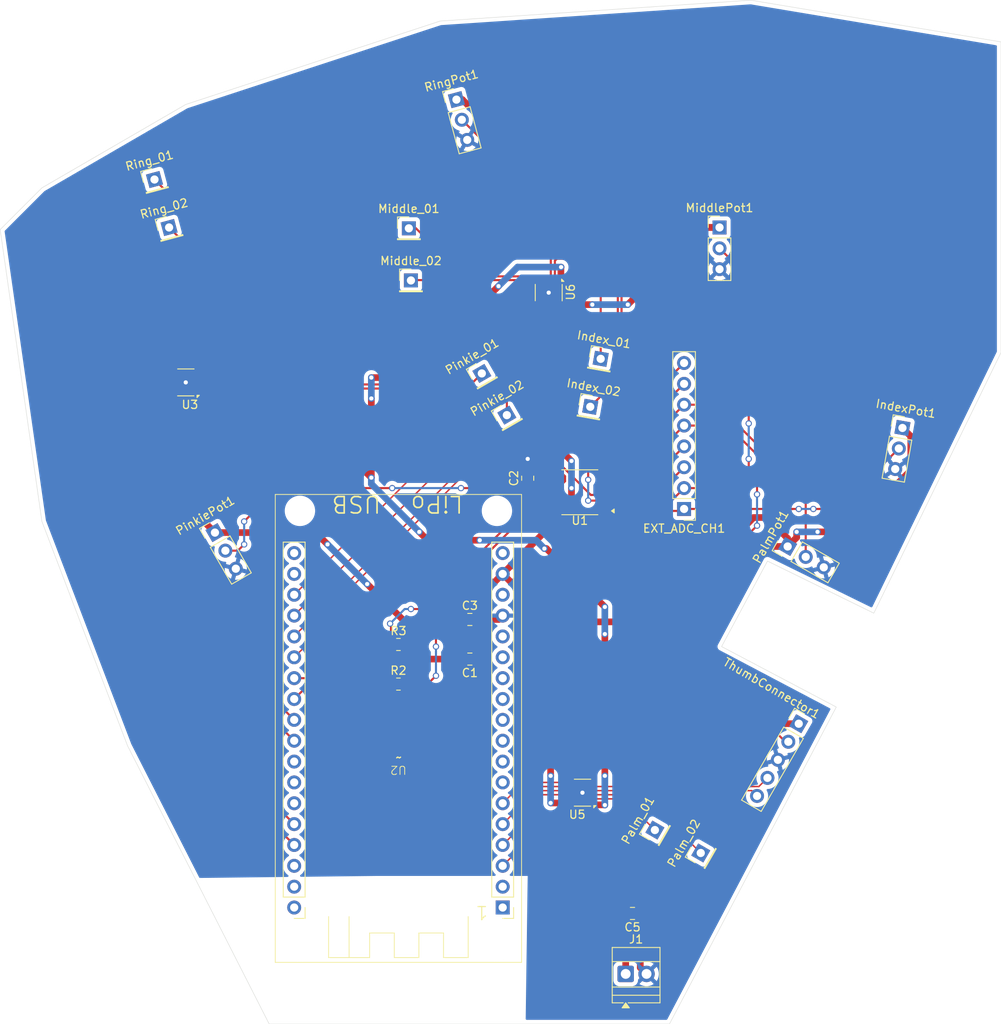
<source format=kicad_pcb>
(kicad_pcb (version 20241229) (generator "pcbnew") (generator_version "9.0")
  (title_block (title "RobotHand") (date "10/24/25") (rev "01") (company "ME507"))
  (layers (0 "F.Cu" signal) (2 "B.Cu" signal) (13 "F.Paste" user) (15 "B.Paste" user) (5 "F.SilkS" user "F.Silkscreen") (7 "B.SilkS" user "B.Silkscreen") (1 "F.Mask" user) (3 "B.Mask" user) (25 "Edge.Cuts" user))
  (net 0 "")
  (net 1 "GND")
  (net 2 "VDD")
  (net 3 "Net-(U1-REFin{slash}REFout)")
  (net 4 "V_BATT")
  (net 5 "ADC_CH0")
  (net 6 "Net-(EXT_ADC_CH1-Pin_8)")
  (net 7 "ADC_CH2")
  (net 8 "ADC_CH1")
  (net 9 "Net-(EXT_ADC_CH1-Pin_7)")
  (net 10 "Net-(Index_01-Pin_1)")
  (net 11 "Net-(Index_02-Pin_1)")
  (net 12 "Net-(Middle_01-Pin_1)")
  (net 13 "Net-(Middle_02-Pin_1)")
  (net 14 "Net-(Palm_01-Pin_1)")
  (net 15 "Net-(Palm_02-Pin_1)")
  (net 16 "SDA")
  (net 17 "SCK")
  (net 18 "Net-(Ring_01-Pin_1)")
  (net 19 "Net-(Ring_02-Pin_1)")
  (net 21 "Palm_PH")
  (net 23 "Index_PH")
  (net 24 "Middle_EN")
  (net 25 "Ring_EN")
  (net 27 "Middle_PH")
  (net 28 "Index_EN")
  (net 30 "Pinkie_EN")
  (net 35 "Thumb_EN")
  (net 39 "Thumb_PH")
  (net 43 "Palm_EN")
  (net 45 "Pinkie_PH")
  (net 47 "Ring_PH")
  (net 48 "ADC_CH3")
  (net 49 "ADC_CH5")
  (net 50 "ADC_CH4")
  (net 51 "Net-(Pinkie_01-Pin_1)")
  (net 52 "Net-(Pinkie_02-Pin_1)")
  (net 53 "Thumb_01")
  (net 54 "Thumb_02")
  (footprint "Connector_PinHeader_2.54mm:PinHeader_1x01_P2.54mm_Vertical" (layer "F.Cu") (at 61.976 57.404 15)
    (property "Reference" "Ring_01")
    (property "Value" "Conn_01x01")
  )
  (footprint "Package_SO:TSSOP-16_4.4x5mm_P0.65mm" (layer "F.Cu") (at 113.792 95.504 180)
    (property "Reference" "U1")
    (property "Value" "ADS7830")
  )
  (footprint "Connector_PinHeader_2.54mm:PinHeader_1x01_P2.54mm_Vertical" (layer "F.Cu") (at 92.964 63.348957)
    (property "Reference" "Middle_01")
    (property "Value" "Conn_01x01")
  )
  (footprint "Connector_PinHeader_2.54mm:PinHeader_1x01_P2.54mm_Vertical" (layer "F.Cu") (at 128.524 139.446 60)
    (property "Reference" "Palm_02")
    (property "Value" "Conn_01x01")
  )
  (footprint "Connector_PinHeader_2.54mm:PinHeader_1x05_P2.54mm_Vertical" (layer "F.Cu") (at 140.462 123.698 -30)
    (property "Reference" "ThumbConnector1")
    (property "Value" "Conn_01x05")
  )
  (footprint "Connector_PinHeader_2.54mm:PinHeader_1x01_P2.54mm_Vertical" (layer "F.Cu") (at 122.936 136.652 60)
    (property "Reference" "Palm_01")
    (property "Value" "Conn_01x01")
  )
  (footprint "Connector_PinHeader_2.54mm:PinHeader_1x03_P2.54mm_Vertical" (layer "F.Cu") (at 69.342001 100.416296 30)
    (property "Reference" "PinkiePot1")
    (property "Value" "Conn_01x03")
  )
  (footprint "Connector_PinHeader_2.54mm:PinHeader_1x01_P2.54mm_Vertical" (layer "F.Cu") (at 101.854 81.026 30)
    (property "Reference" "Pinkie_01")
    (property "Value" "Conn_01x01")
  )
  (footprint "Connector_PinHeader_2.54mm:PinHeader_1x01_P2.54mm_Vertical" (layer "F.Cu") (at 116.332 79.248 -10)
    (property "Reference" "Index_01")
    (property "Value" "Conn_01x01")
  )
  (footprint "Capacitor_SMD:C_0805_2012Metric" (layer "F.Cu") (at 100.396005 110.997999)
    (property "Reference" "C3")
    (property "Value" "0.1uF")
  )
  (footprint "TerminalBlock:TerminalBlock_Xinya_XY308-2.54-2P_1x02_P2.54mm_Horizontal" (layer "F.Cu") (at 119.38 154.178)
    (property "Reference" "J1")
    (property "Value" "Screw_Terminal_01x02")
  )
  (footprint "Package_SON:WSON-12-1EP_3x2mm_P0.5mm_EP1x2.65" (layer "F.Cu") (at 65.785997 82.119002 180)
    (property "Reference" "U3")
    (property "Value" "DRV8835DSSR")
  )
  (footprint "Connector_PinHeader_2.54mm:PinHeader_1x01_P2.54mm_Vertical" (layer "F.Cu") (at 63.754 63.246 15)
    (property "Reference" "Ring_02")
    (property "Value" "Conn_01x01")
  )
  (footprint "Connector_PinHeader_2.54mm:PinHeader_1x01_P2.54mm_Vertical" (layer "F.Cu") (at 115.062 85.09 -10)
    (property "Reference" "Index_02")
    (property "Value" "Conn_01x01")
  )
  (footprint "Package_SON:WSON-12-1EP_3x2mm_P0.5mm_EP1x2.65" (layer "F.Cu") (at 110.002001 71.186011 -90)
    (property "Reference" "U6")
    (property "Value" "DRV8835DSSR")
  )
  (footprint "ME507F24:FireBeetle-ESP32" (layer "F.Cu") (at 91.694 125.769002 180)
    (property "Reference" "U2")
    (property "Value" "~")
  )
  (footprint "Capacitor_SMD:C_0805_2012Metric" (layer "F.Cu") (at 100.396006 115.823999 180)
    (property "Reference" "C1")
    (property "Value" "10uF")
  )
  (footprint "Connector_PinHeader_2.54mm:PinHeader_1x03_P2.54mm_Vertical" (layer "F.Cu") (at 130.81 63.245999)
    (property "Reference" "MiddlePot1")
    (property "Value" "Conn_01x03")
  )
  (footprint "Resistor_SMD:R_0805_2012Metric" (layer "F.Cu") (at 91.694 118.872)
    (property "Reference" "R2")
    (property "Value" "10k")
  )
  (footprint "Connector_PinHeader_2.54mm:PinHeader_1x03_P2.54mm_Vertical" (layer "F.Cu") (at 153.095072 87.66858 -10)
    (property "Reference" "IndexPot1")
    (property "Value" "Conn_01x03")
  )
  (footprint "Resistor_SMD:R_0805_2012Metric" (layer "F.Cu") (at 91.694 114.046)
    (property "Reference" "R3")
    (property "Value" "10k")
  )
  (footprint "Package_SON:WSON-12-1EP_3x2mm_P0.5mm_EP1x2.65" (layer "F.Cu") (at 114.112005 132.099997 180)
    (property "Reference" "U5")
    (property "Value" "DRV8835DSSR")
  )
  (footprint "Connector_PinHeader_2.54mm:PinHeader_1x01_P2.54mm_Vertical" (layer "F.Cu") (at 104.902 86.106 30)
    (property "Reference" "Pinkie_02")
    (property "Value" "Conn_01x01")
  )
  (footprint "Connector_PinHeader_2.54mm:PinHeader_1x01_P2.54mm_Vertical" (layer "F.Cu") (at 93.218 69.698957)
    (property "Reference" "Middle_02")
    (property "Value" "Conn_01x01")
  )
  (footprint "Connector_PinHeader_2.54mm:PinHeader_1x03_P2.54mm_Vertical" (layer "F.Cu") (at 98.761198 47.671095 15)
    (property "Reference" "RingPot1")
    (property "Value" "Conn_01x03")
  )
  (footprint "Connector_PinHeader_2.54mm:PinHeader_1x08_P2.54mm_Vertical" (layer "F.Cu") (at 126.492 97.536007 180)
    (property "Reference" "EXT_ADC_CH1")
    (property "Value" "Conn_01x08_Pin")
  )
  (footprint "Capacitor_SMD:C_0805_2012Metric" (layer "F.Cu") (at 107.442001 93.792003 90)
    (property "Reference" "C2")
    (property "Value" "0.1uF")
  )
  (footprint "Capacitor_SMD:C_0805_2012Metric" (layer "F.Cu") (at 120.208007 146.811999 180)
    (property "Reference" "C5")
    (property "Value" "0.1uF")
  )
  (footprint "Connector_PinHeader_2.54mm:PinHeader_1x03_P2.54mm_Vertical" (layer "F.Cu") (at 139.110591 102.108001 60)
    (property "Reference" "PalmPot1")
    (property "Value" "Conn_01x03")
  )
  (gr_poly (pts (xy 43.18 63.5) (xy 48.26 99.06) (xy 58.690908 126.379044) (xy 75.946 160.274) (xy 124.714 160.274) (xy 145.034 121.666) (xy 131.064 114.3) (xy 136.652 103.886) (xy 149.606 110.236) (xy 165.1 78.486) (xy 165.1 40.64) (xy 134.62 35.56) (xy 96.774 38.1) (xy 65.786 48.26) (xy 48.26 58.42)) (stroke (width 0.05)) (fill no) (layer "Edge.Cuts"))
  (segment (start 107.442002 92.842006) (end 110.699905 92.842006) (width 0.8128) (layer "F.Cu") (net 1))
  (segment (start 66.735995 80.869005) (end 66.432008 80.869005) (width 0.254) (layer "F.Cu") (net 1))
  (segment (start 101.345997 110.998003) (end 101.345999 115.823999) (width 0.8128) (layer "F.Cu") (net 1))
  (segment (start 114.811904 130.849998) (end 115.061996 130.849998) (width 0.1778) (layer "F.Cu") (net 1))
  (segment (start 110.002001 71.186011) (end 109.398021 71.186011) (width 0.254) (layer "F.Cu") (net 1))
  (segment (start 111.666998 93.229011) (end 110.929499 93.229011) (width 0.254) (layer "F.Cu") (net 1))
  (segment (start 110.699905 92.842006) (end 110.929499 93.0716) (width 0.8128) (layer "F.Cu") (net 1))
  (segment (start 110.9295 94.529) (end 110.9295 95.178996) (width 0.254) (layer "F.Cu") (net 1))
  (segment (start 108.752002 70.539992) (end 108.752002 70.236022) (width 0.254) (layer "F.Cu") (net 1))
  (segment (start 114.112005 132.099997) (end 114.112005 131.549897) (width 0.1778) (layer "F.Cu") (net 1))
  (segment (start 103.924998 110.998) (end 104.394001 110.528997) (width 0.8128) (layer "F.Cu") (net 1))
  (segment (start 111.995 93.557013) (end 111.666998 93.229011) (width 0.254) (layer "F.Cu") (net 1))
  (segment (start 109.398021 71.186011) (end 108.752002 70.539992) (width 0.254) (layer "F.Cu") (net 1))
  (segment (start 121.158 146.812) (end 121.158 153.416) (width 0.8128) (layer "F.Cu") (net 1))
  (segment (start 114.112005 131.549897) (end 114.811904 130.849998) (width 0.1778) (layer "F.Cu") (net 1))
  (segment (start 110.9295 95.178996) (end 110.929503 95.178999) (width 0.254) (layer "F.Cu") (net 1))
  (segment (start 121.158 153.416) (end 121.92 154.178) (width 0.8128) (layer "F.Cu") (net 1))
  (segment (start 111.625054 94.529) (end 111.995 94.159054) (width 0.254) (layer "F.Cu") (net 1))
  (segment (start 66.432008 80.869005) (end 65.785997 81.515016) (width 0.254) (layer "F.Cu") (net 1))
  (segment (start 107.442002 92.842006) (end 107.442002 91.440002) (width 0.8128) (layer "F.Cu") (net 1))
  (segment (start 107.442002 91.440002) (end 107.442 91.44) (width 0.8128) (layer "F.Cu") (net 1))
  (segment (start 65.785997 81.515016) (end 65.785997 82.119002) (width 0.254) (layer "F.Cu") (net 1))
  (segment (start 110.929503 95.828997) (end 110.929503 95.178999) (width 0.254) (layer "F.Cu") (net 1))
  (segment (start 101.346 110.998) (end 103.924998 110.998) (width 0.8128) (layer "F.Cu") (net 1))
  (segment (start 110.9295 94.529) (end 111.625054 94.529) (width 0.254) (layer "F.Cu") (net 1))
  (segment (start 111.995 94.159054) (end 111.995 93.557013) (width 0.254) (layer "F.Cu") (net 1))
  (via (at 107.442 91.44) (size 0.762) (drill 0.508) (layers "F.Cu" "B.Cu") (net 1))
  (via (at 110.002001 71.186011) (size 0.762) (drill 0.508) (layers "F.Cu" "B.Cu") (net 1))
  (via (at 65.785997 82.119002) (size 0.762) (drill 0.508) (layers "F.Cu" "B.Cu") (net 1))
  (via (at 114.112005 132.099997) (size 0.762) (drill 0.508) (layers "F.Cu" "B.Cu") (net 1))
  (segment (start 111.76 90.678) (end 111.76 72.644) (width 0.8128) (layer "F.Cu") (net 2))
  (segment (start 111.251985 72.136015) (end 111.252 72.136) (width 0.254) (layer "F.Cu") (net 2))
  (segment (start 111.862786 97.9364) (end 112.776 97.023186) (width 0.8128) (layer "F.Cu") (net 2))
  (segment (start 104.394008 105.449007) (end 110.9295 98.913515) (width 0.8128) (layer "F.Cu") (net 2))
  (segment (start 110.752001 72.136015) (end 111.251985 72.136015) (width 0.254) (layer "F.Cu") (net 2))
  (segment (start 111.76 72.644) (end 111.409411 72.293411) (width 0.8128) (layer "F.Cu") (net 2))
  (segment (start 112.776 97.023186) (end 112.776 94.996) (width 0.8128) (layer "F.Cu") (net 2))
  (segment (start 110.236 133.35) (end 113.004605 133.35) (width 0.8128) (layer "F.Cu") (net 2))
  (segment (start 99.446013 115.824001) (end 94.384489 115.824001) (width 0.8128) (layer "F.Cu") (net 2))
  (segment (start 83.058 101.854) (end 81.620296 100.416296) (width 0.8128) (layer "F.Cu") (net 2))
  (segment (start 136.563686 98.5796) (end 139.110591 101.126505) (width 0.8128) (layer "F.Cu") (net 2))
  (segment (start 94.384489 115.824001) (end 94.384489 115.927511) (width 0.8128) (layer "F.Cu") (net 2))
  (segment (start 99.446011 110.997997) (end 99.446011 115.823999) (width 0.8128) (layer "F.Cu") (net 2))
  (segment (start 139.110591 101.126505) (end 139.110591 102.108001) (width 0.8128) (layer "F.Cu") (net 2))
  (segment (start 110.236 111.290999) (end 110.236 130.048) (width 0.8128) (layer "F.Cu") (net 2))
  (segment (start 110.9295 98.913515) (end 110.9295 97.9364) (width 0.8128) (layer "F.Cu") (net 2))
  (segment (start 104.394008 105.449007) (end 110.236 111.290999) (width 0.8128) (layer "F.Cu") (net 2))
  (segment (start 92.606487 111.402487) (end 87.884 106.68) (width 0.8128) (layer "F.Cu") (net 2))
  (segment (start 146.61542 100.33) (end 142.748 100.33) (width 0.8128) (layer "F.Cu") (net 2))
  (segment (start 92.606487 114.045999) (end 92.606487 111.402487) (width 0.8128) (layer "F.Cu") (net 2))
  (segment (start 94.384489 115.927511) (end 92.606487 117.705513) (width 0.8128) (layer "F.Cu") (net 2))
  (segment (start 129.032001 63.245999) (end 130.81 63.245999) (width 0.8128) (layer "F.Cu") (net 2))
  (segment (start 113.162014 133.349996) (end 113.162014 132.850012) (width 0.254) (layer "F.Cu") (net 2))
  (segment (start 154.1114 88.684908) (end 154.1114 92.83402) (width 0.8128) (layer "F.Cu") (net 2))
  (segment (start 112.776 91.694) (end 111.76 90.678) (width 0.8128) (layer "F.Cu") (net 2))
  (segment (start 130.81 63.245999) (end 115.061999 63.245999) (width 0.8128) (layer "F.Cu") (net 2))
  (segment (start 137.668 123.698) (end 130.086039 116.116039) (width 0.8128) (layer "F.Cu") (net 2))
  (segment (start 113.162014 132.850012) (end 113.162001 132.849999) (width 0.254) (layer "F.Cu") (net 2))
  (segment (start 140.462 123.698) (end 137.668 123.698) (width 0.8128) (layer "F.Cu") (net 2))
  (segment (start 81.620296 100.416296) (end 69.342001 100.416296) (width 0.8128) (layer "F.Cu") (net 2))
  (segment (start 140.208 101.010592) (end 139.110591 102.108001) (width 0.8128) (layer "F.Cu") (net 2))
  (segment (start 154.1114 92.83402) (end 146.61542 100.33) (width 0.8128) (layer "F.Cu") (net 2))
  (segment (start 64.678597 95.752892) (end 64.678597 83.368999) (width 0.8128) (layer "F.Cu") (net 2))
  (segment (start 69.342001 100.416296) (end 64.678597 95.752892) (width 0.8128) (layer "F.Cu") (net 2))
  (segment (start 110.236 111.290999) (end 122.261192 111.290999) (width 0.8128) (layer "F.Cu") (net 2))
  (segment (start 110.9295 97.9364) (end 111.862786 97.9364) (width 0.8128) (layer "F.Cu") (net 2))
  (segment (start 111.76 72.644) (end 115.316 72.644) (width 0.8128) (layer "F.Cu") (net 2))
  (segment (start 130.086039 116.116039) (end 130.086039 109.065735) (width 0.8128) (layer "F.Cu") (net 2))
  (segment (start 137.043773 102.108001) (end 139.110591 102.108001) (width 0.8128) (layer "F.Cu") (net 2))
  (segment (start 92.606487 117.705513) (end 92.606487 118.871999) (width 0.8128) (layer "F.Cu") (net 2))
  (segment (start 134.972591 98.5796) (end 136.563686 98.5796) (width 0.8128) (layer "F.Cu") (net 2))
  (segment (start 153.095072 87.66858) (end 154.1114 88.684908) (width 0.8128) (layer "F.Cu") (net 2))
  (segment (start 99.487095 47.671095) (end 98.761198 47.671095) (width 0.8128) (layer "F.Cu") (net 2))
  (segment (start 111.409411 72.293411) (end 111.252 72.293411) (width 0.8128) (layer "F.Cu") (net 2))
  (segment (start 94.384489 115.824001) (end 92.606487 114.045999) (width 0.8128) (layer "F.Cu") (net 2))
  (segment (start 130.086039 109.065735) (end 137.043773 102.108001) (width 0.8128) (layer "F.Cu") (net 2))
  (segment (start 140.208 100.33) (end 140.208 101.010592) (width 0.8128) (layer "F.Cu") (net 2))
  (segment (start 99.44601 110.997998) (end 99.44601 110.397005) (width 0.8128) (layer "F.Cu") (net 2))
  (segment (start 99.44601 110.397005) (end 104.394008 105.449007) (width 0.8128) (layer "F.Cu") (net 2))
  (segment (start 119.634 72.644) (end 129.032001 63.245999) (width 0.8128) (layer "F.Cu") (net 2))
  (segment (start 122.261192 111.290999) (end 134.972591 98.5796) (width 0.8128) (layer "F.Cu") (net 2))
  (segment (start 115.061999 63.245999) (end 99.487095 47.671095) (width 0.8128) (layer "F.Cu") (net 2))
  (via (at 112.776 91.694) (size 0.762) (drill 0.508) (layers "F.Cu" "B.Cu") (net 2))
  (via (at 119.634 72.644) (size 0.762) (drill 0.508) (layers "F.Cu" "B.Cu") (net 2))
  (via (at 112.776 94.996) (size 0.762) (drill 0.508) (layers "F.Cu" "B.Cu") (net 2))
  (via (at 140.208 100.33) (size 0.762) (drill 0.508) (layers "F.Cu" "B.Cu") (net 2))
  (via (at 83.058 101.854) (size 0.762) (drill 0.508) (layers "F.Cu" "B.Cu") (net 2))
  (via (at 110.236 133.35) (size 0.762) (drill 0.508) (layers "F.Cu" "B.Cu") (net 2))
  (via (at 142.748 100.33) (size 0.762) (drill 0.508) (layers "F.Cu" "B.Cu") (net 2))
  (via (at 87.884 106.68) (size 0.762) (drill 0.508) (layers "F.Cu" "B.Cu") (net 2))
  (via (at 115.316 72.644) (size 0.762) (drill 0.508) (layers "F.Cu" "B.Cu") (net 2))
  (via (at 110.236 130.048) (size 0.762) (drill 0.508) (layers "F.Cu" "B.Cu") (net 2))
  (segment (start 87.884 106.68) (end 83.058 101.854) (width 0.8128) (layer "B.Cu") (net 2))
  (segment (start 110.236 130.048) (end 110.236 133.35) (width 0.8128) (layer "B.Cu") (net 2))
  (segment (start 142.748 100.33) (end 140.208 100.33) (width 0.8128) (layer "B.Cu") (net 2))
  (segment (start 112.776 94.996) (end 112.776 91.694) (width 0.8128) (layer "B.Cu") (net 2))
  (segment (start 115.316 72.644) (end 119.634 72.644) (width 0.8128) (layer "B.Cu") (net 2))
  (segment (start 108.305 93.879) (end 110.9295 93.879) (width 0.254) (layer "F.Cu") (net 3))
  (segment (start 107.442 94.742) (end 108.305 93.879) (width 0.254) (layer "F.Cu") (net 3))
  (segment (start 111.506 68.072) (end 111.486403 68.091597) (width 0.8128) (layer "F.Cu") (net 4))
  (segment (start 119.38 154.178) (end 119.38 146.933984) (width 0.8128) (layer "F.Cu") (net 4))
  (segment (start 111.486403 68.091597) (end 111.486403 70.078611) (width 0.8128) (layer "F.Cu") (net 4))
  (segment (start 119.258014 146.811998) (end 115.219405 142.773389) (width 0.8128) (layer "F.Cu") (net 4))
  (segment (start 88.392 93.726) (end 78.269401 83.603401) (width 0.8128) (layer "F.Cu") (net 4))
  (segment (start 115.219405 133.582397) (end 116.818397 133.582397) (width 0.8128) (layer "F.Cu") (net 4))
  (segment (start 116.818397 133.582397) (end 116.84 133.604) (width 0.8128) (layer "F.Cu") (net 4))
  (segment (start 109.728 102.362) (end 109.474 102.362) (width 0.8128) (layer "F.Cu") (net 4))
  (segment (start 78.269401 83.603401) (end 66.893397 83.603401) (width 0.8128) (layer "F.Cu") (net 4))
  (segment (start 119.38 146.933984) (end 119.258014 146.811998) (width 0.8128) (layer "F.Cu") (net 4))
  (segment (start 116.84 109.474) (end 109.728 102.362) (width 0.8128) (layer "F.Cu") (net 4))
  (segment (start 92.744422 81.534) (end 103.886 70.392422) (width 0.8128) (layer "F.Cu") (net 4))
  (segment (start 88.392 81.534) (end 92.744422 81.534) (width 0.8128) (layer "F.Cu") (net 4))
  (segment (start 88.392 93.726) (end 88.392 84.074) (width 0.8128) (layer "F.Cu") (net 4))
  (segment (start 101.6 101.346) (end 95.25 101.346) (width 0.8128) (layer "F.Cu") (net 4))
  (segment (start 116.84 130.048) (end 116.84 112.776) (width 0.8128) (layer "F.Cu") (net 4))
  (segment (start 95.25 101.346) (end 94.234 100.33) (width 0.8128) (layer "F.Cu") (net 4))
  (segment (start 115.219405 142.773389) (end 115.219405 133.582397) (width 0.8128) (layer "F.Cu") (net 4))
  (via (at 111.506 68.072) (size 0.762) (drill 0.508) (layers "F.Cu" "B.Cu") (net 4))
  (via (at 88.392 84.074) (size 0.762) (drill 0.508) (layers "F.Cu" "B.Cu") (net 4))
  (via (at 116.84 133.604) (size 0.762) (drill 0.508) (layers "F.Cu" "B.Cu") (net 4))
  (via (at 109.474 102.362) (size 0.762) (drill 0.508) (layers "F.Cu" "B.Cu") (net 4))
  (via (at 103.886 70.392422) (size 0.762) (drill 0.508) (layers "F.Cu" "B.Cu") (net 4))
  (via (at 94.234 100.33) (size 0.762) (drill 0.508) (layers "F.Cu" "B.Cu") (net 4))
  (via (at 116.84 112.776) (size 0.762) (drill 0.508) (layers "F.Cu" "B.Cu") (net 4))
  (via (at 101.6 101.346) (size 0.762) (drill 0.508) (layers "F.Cu" "B.Cu") (net 4))
  (via (at 116.84 130.048) (size 0.762) (drill 0.508) (layers "F.Cu" "B.Cu") (net 4))
  (via (at 88.392 93.726) (size 0.762) (drill 0.508) (layers "F.Cu" "B.Cu") (net 4))
  (via (at 116.84 109.474) (size 0.762) (drill 0.508) (layers "F.Cu" "B.Cu") (net 4))
  (via (at 88.392 81.534) (size 0.762) (drill 0.508) (layers "F.Cu" "B.Cu") (net 4))
  (segment (start 94.234 100.33) (end 88.392 94.488) (width 0.8128) (layer "B.Cu") (net 4))
  (segment (start 88.392 84.074) (end 88.392 81.534) (width 0.8128) (layer "B.Cu") (net 4))
  (segment (start 109.474 102.362) (end 108.458 101.346) (width 0.8128) (layer "B.Cu") (net 4))
  (segment (start 88.392 94.488) (end 88.392 93.726) (width 0.8128) (layer "B.Cu") (net 4))
  (segment (start 103.886 70.392422) (end 106.206422 68.072) (width 0.8128) (layer "B.Cu") (net 4))
  (segment (start 108.458 101.346) (end 101.6 101.346) (width 0.8128) (layer "B.Cu") (net 4))
  (segment (start 116.84 133.604) (end 116.84 130.048) (width 0.8128) (layer "B.Cu") (net 4))
  (segment (start 106.206422 68.072) (end 111.506 68.072) (width 0.8128) (layer "B.Cu") (net 4))
  (segment (start 116.84 112.776) (end 116.84 109.474) (width 0.8128) (layer "B.Cu") (net 4))
  (segment (start 152.654 90.17) (end 145.288 97.536) (width 0.254) (layer "F.Cu") (net 5))
  (segment (start 139.7 97.536) (end 139.699993 97.536007) (width 0.254) (layer "F.Cu") (net 5))
  (segment (start 145.288 97.536) (end 142.24 97.536) (width 0.254) (layer "F.Cu") (net 5))
  (segment (start 126.249018 97.778989) (end 126.492 97.536007) (width 0.254) (layer "F.Cu") (net 5))
  (segment (start 139.699993 97.536007) (end 126.492 97.536007) (width 0.254) (layer "F.Cu") (net 5))
  (segment (start 116.654501 97.778989) (end 126.249018 97.778989) (width 0.254) (layer "F.Cu") (net 5))
  (segment (start 140.462 97.536) (end 139.7 97.536) (width 0.254) (layer "F.Cu") (net 5))
  (via (at 140.462 97.536) (size 0.762) (drill 0.508) (layers "F.Cu" "B.Cu") (net 5))
  (via (at 142.24 97.536) (size 0.762) (drill 0.508) (layers "F.Cu" "B.Cu") (net 5))
  (segment (start 142.24 97.536) (end 140.462 97.536) (width 0.254) (layer "B.Cu") (net 5))
  (segment (start 120.904 85.344005) (end 126.491998 79.756007) (width 0.254) (layer "F.Cu") (net 6))
  (segment (start 120.904 92.964) (end 120.904 85.344005) (width 0.254) (layer "F.Cu") (net 6))
  (segment (start 120.639 93.229) (end 120.904 92.964) (width 0.254) (layer "F.Cu") (net 6))
  (segment (start 116.6545 93.229) (end 120.639 93.229) (width 0.254) (layer "F.Cu") (net 6))
  (segment (start 114.808 96.52) (end 116.6135 96.52) (width 0.254) (layer "F.Cu") (net 7))
  (segment (start 116.6545 96.479) (end 124.247 96.479) (width 0.254) (layer "F.Cu") (net 7))
  (segment (start 124.247 96.479) (end 124.714 96.012) (width 0.254) (layer "F.Cu") (net 7))
  (segment (start 118.872 87.376) (end 114.808 91.44) (width 0.254) (layer "F.Cu") (net 7))
  (segment (start 124.714 96.012) (end 124.714 94.234004) (width 0.254) (layer "F.Cu") (net 7))
  (segment (start 116.6135 96.52) (end 116.6545 96.479) (width 0.254) (layer "F.Cu") (net 7))
  (segment (start 114.808 91.44) (end 114.808 93.98) (width 0.254) (layer "F.Cu") (net 7))
  (segment (start 124.714 94.234004) (end 126.491999 92.456005) (width 0.254) (layer "F.Cu") (net 7))
  (segment (start 99.418601 50.124545) (end 118.872 69.577944) (width 0.254) (layer "F.Cu") (net 7))
  (segment (start 118.872 69.577944) (end 118.872 87.376) (width 0.254) (layer "F.Cu") (net 7))
  (via (at 114.808 96.52) (size 0.762) (drill 0.508) (layers "F.Cu" "B.Cu") (net 7))
  (via (at 114.808 93.98) (size 0.762) (drill 0.508) (layers "F.Cu" "B.Cu") (net 7))
  (segment (start 114.808 93.98) (end 114.808 96.52) (width 0.254) (layer "B.Cu") (net 7))
  (segment (start 124.359006 97.129) (end 126.492 94.996006) (width 0.254) (layer "F.Cu") (net 8))
  (segment (start 134.366 69.342) (end 134.366 87.122) (width 0.254) (layer "F.Cu") (net 8))
  (segment (start 116.6545 97.129) (end 124.359006 97.129) (width 0.254) (layer "F.Cu") (net 8))
  (segment (start 130.81 65.786) (end 134.366 69.342) (width 0.254) (layer "F.Cu") (net 8))
  (segment (start 134.366 91.44) (end 134.366 94.742) (width 0.254) (layer "F.Cu") (net 8))
  (segment (start 134.366 94.742) (end 134.111994 94.996006) (width 0.254) (layer "F.Cu") (net 8))
  (segment (start 134.111994 94.996006) (end 126.492 94.996006) (width 0.254) (layer "F.Cu") (net 8))
  (via (at 134.366 87.122) (size 0.762) (drill 0.508) (layers "F.Cu" "B.Cu") (net 8))
  (via (at 134.366 91.44) (size 0.762) (drill 0.508) (layers "F.Cu" "B.Cu") (net 8))
  (segment (start 134.366 87.122) (end 134.366 91.44) (width 0.254) (layer "B.Cu") (net 8))
  (segment (start 121.666 93.726) (end 121.666 87.122) (width 0.254) (layer "F.Cu") (net 9))
  (segment (start 121.513 93.879) (end 121.666 93.726) (width 0.254) (layer "F.Cu") (net 9))
  (segment (start 116.6545 93.879) (end 121.513 93.879) (width 0.254) (layer "F.Cu") (net 9))
  (segment (start 121.666 87.122) (end 126.492 82.296) (width 0.254) (layer "F.Cu") (net 9))
  (segment (start 114.808 67.056) (end 116.332 68.58) (width 0.254) (layer "F.Cu") (net 10))
  (segment (start 110.752003 70.236007) (end 110.752003 67.301997) (width 0.254) (layer "F.Cu") (net 10))
  (segment (start 110.998 67.056) (end 114.808 67.056) (width 0.254) (layer "F.Cu") (net 10))
  (segment (start 110.752003 67.301997) (end 110.998 67.056) (width 0.254) (layer "F.Cu") (net 10))
  (segment (start 116.332 68.58) (end 116.332 79.248) (width 0.254) (layer "F.Cu") (net 10))
  (segment (start 115.062 85.09) (end 118.417 81.735) (width 0.254) (layer "F.Cu") (net 11))
  (segment (start 110.49 66.548) (end 110.252005 66.785995) (width 0.254) (layer "F.Cu") (net 11))
  (segment (start 118.364 69.85) (end 115.062 66.548) (width 0.254) (layer "F.Cu") (net 11))
  (segment (start 110.252005 66.785995) (end 110.252005 70.236004) (width 0.254) (layer "F.Cu") (net 11))
  (segment (start 118.417 69.85) (end 118.364 69.85) (width 0.254) (layer "F.Cu") (net 11))
  (segment (start 118.417 81.735) (end 118.417 69.85) (width 0.254) (layer "F.Cu") (net 11))
  (segment (start 115.062 66.548) (end 110.49 66.548) (width 0.254) (layer "F.Cu") (net 11))
  (segment (start 109.751999 69.788567) (end 109.751999 70.236002) (width 0.254) (layer "F.Cu") (net 12))
  (segment (start 93.828957 63.348957) (end 95.504 65.024) (width 0.254) (layer "F.Cu") (net 12))
  (segment (start 109.166454 69.203022) (end 109.751999 69.788567) (width 0.254) (layer "F.Cu") (net 12))
  (segment (start 95.504 65.024) (end 95.504 69.203022) (width 0.254) (layer "F.Cu") (net 12))
  (segment (start 92.964 63.348957) (end 93.828957 63.348957) (width 0.254) (layer "F.Cu") (net 12))
  (segment (start 95.504 69.203022) (end 109.166454 69.203022) (width 0.254) (layer "F.Cu") (net 12))
  (segment (start 108.977986 69.658022) (end 109.252001 69.932037) (width 0.254) (layer "F.Cu") (net 13))
  (segment (start 109.252001 69.932037) (end 109.252001 70.236007) (width 0.254) (layer "F.Cu") (net 13))
  (segment (start 93.218 69.698957) (end 93.258935 69.658022) (width 0.254) (layer "F.Cu") (net 13))
  (segment (start 93.258935 69.658022) (end 108.977986 69.658022) (width 0.254) (layer "F.Cu") (net 13))
  (segment (start 119.133997 132.849997) (end 115.062009 132.849997) (width 0.1778) (layer "F.Cu") (net 14))
  (segment (start 122.936 136.652) (end 119.133997 132.849997) (width 0.1778) (layer "F.Cu") (net 14))
  (segment (start 128.524 139.446) (end 121.428 132.35) (width 0.1778) (layer "F.Cu") (net 15))
  (segment (start 121.428 132.35) (end 115.062013 132.35) (width 0.1778) (layer "F.Cu") (net 15))
  (segment (start 108.357 97.129) (end 96.266 109.22) (width 0.254) (layer "F.Cu") (net 16))
  (segment (start 90.781513 118.872001) (end 80.810994 118.872001) (width 0.254) (layer "F.Cu") (net 16))
  (segment (start 80.810994 118.872001) (end 78.994001 120.688994) (width 0.254) (layer "F.Cu") (net 16))
  (segment (start 91.809511 119.899999) (end 90.781513 118.872001) (width 0.254) (layer "F.Cu") (net 16))
  (segment (start 96.266 117.856) (end 94.222001 119.899999) (width 0.254) (layer "F.Cu") (net 16))
  (segment (start 96.266 109.22) (end 96.266 114.3) (width 0.254) (layer "F.Cu") (net 16))
  (segment (start 110.9295 97.129) (end 108.357 97.129) (width 0.254) (layer "F.Cu") (net 16))
  (segment (start 94.222001 119.899999) (end 91.809511 119.899999) (width 0.254) (layer "F.Cu") (net 16))
  (via (at 96.266 114.3) (size 0.762) (drill 0.508) (layers "F.Cu" "B.Cu") (net 16))
  (via (at 96.266 117.856) (size 0.762) (drill 0.508) (layers "F.Cu" "B.Cu") (net 16))
  (segment (start 96.266 114.3) (end 96.266 117.856) (width 0.254) (layer "B.Cu") (net 16))
  (segment (start 94.807967 109.728) (end 93.218 109.728) (width 0.254) (layer "F.Cu") (net 17))
  (segment (start 110.9295 96.479) (end 108.056967 96.479) (width 0.254) (layer "F.Cu") (net 17))
  (segment (start 90.781513 115.212487) (end 87.845002 118.148998) (width 0.254) (layer "F.Cu") (net 17))
  (segment (start 90.678 111.506) (end 90.781513 111.609513) (width 0.254) (layer "F.Cu") (net 17))
  (segment (start 87.845002 118.148998) (end 78.994005 118.148998) (width 0.254) (layer "F.Cu") (net 17))
  (segment (start 108.056967 96.479) (end 94.807967 109.728) (width 0.254) (layer "F.Cu") (net 17))
  (segment (start 90.781513 111.609513) (end 90.781513 114.046001) (width 0.254) (layer "F.Cu") (net 17))
  (segment (start 90.781513 114.046001) (end 90.781513 115.212487) (width 0.254) (layer "F.Cu") (net 17))
  (via (at 93.218 109.728) (size 0.762) (drill 0.508) (layers "F.Cu" "B.Cu") (net 17))
  (via (at 90.678 111.506) (size 0.762) (drill 0.508) (layers "F.Cu" "B.Cu") (net 17))
  (segment (start 92.456 109.728) (end 90.678 111.506) (width 0.254) (layer "B.Cu") (net 17))
  (segment (start 93.218 109.728) (end 92.456 109.728) (width 0.254) (layer "B.Cu") (net 17))
  (segment (start 67.768995 81.283456) (end 67.768995 63.196995) (width 0.254) (layer "F.Cu") (net 18))
  (segment (start 67.183454 81.868997) (end 67.768995 81.283456) (width 0.254) (layer "F.Cu") (net 18))
  (segment (start 66.735998 81.868997) (end 67.183454 81.868997) (width 0.254) (layer "F.Cu") (net 18))
  (segment (start 67.768995 63.196995) (end 61.976 57.404) (width 0.254) (layer "F.Cu") (net 18))
  (segment (start 66.735998 81.368999) (end 67.039985 81.368999) (width 0.254) (layer "F.Cu") (net 19))
  (segment (start 67.039985 81.368999) (end 67.313995 81.094989) (width 0.254) (layer "F.Cu") (net 19))
  (segment (start 67.313995 66.805995) (end 63.754 63.246) (width 0.254) (layer "F.Cu") (net 19))
  (segment (start 67.313995 81.094989) (end 67.313995 66.805995) (width 0.254) (layer "F.Cu") (net 19))
  (segment (start 108.312799 132.350001) (end 108.0748 132.588) (width 0.1778) (layer "F.Cu") (net 21))
  (segment (start 104.393988 141.009013) (end 108.0748 137.328201) (width 0.1778) (layer "F.Cu") (net 21))
  (segment (start 113.161997 132.350001) (end 108.312799 132.350001) (width 0.1778) (layer "F.Cu") (net 21))
  (segment (start 108.0748 132.588) (end 108.0748 137.328201) (width 0.1778) (layer "F.Cu") (net 21))
  (segment (start 100.838 92.202) (end 81.026 112.014) (width 0.1778) (layer "F.Cu") (net 23))
  (segment (start 81.026 112.014) (end 81.026 113.577011) (width 0.1778) (layer "F.Cu") (net 23))
  (segment (start 110.252003 86.089997) (end 104.14 92.202) (width 0.1778) (layer "F.Cu") (net 23))
  (segment (start 81.026 113.577011) (end 78.994011 115.609) (width 0.1778) (layer "F.Cu") (net 23))
  (segment (start 104.14 92.202) (end 100.838 92.202) (width 0.1778) (layer "F.Cu") (net 23))
  (segment (start 110.252003 72.13602) (end 110.252003 86.089997) (width 0.1778) (layer "F.Cu") (net 23))
  (segment (start 98.590978 88.392) (end 78.993974 107.989004) (width 0.1778) (layer "F.Cu") (net 24))
  (segment (start 106.172 88.392) (end 98.590978 88.392) (width 0.1778) (layer "F.Cu") (net 24))
  (segment (start 108.751998 85.812002) (end 106.172 88.392) (width 0.1778) (layer "F.Cu") (net 24))
  (segment (start 108.751998 72.136003) (end 108.751998 85.812002) (width 0.1778) (layer "F.Cu") (net 24))
  (segment (start 62.579197 82.391416) (end 64.101613 80.869) (width 0.254) (layer "F.Cu") (net 25))
  (segment (start 64.101613 80.869) (end 64.835996 80.869) (width 0.254) (layer "F.Cu") (net 25))
  (segment (start 78.993995 138.469008) (end 62.579197 122.05421) (width 0.254) (layer "F.Cu") (net 25))
  (segment (start 62.579197 122.05421) (end 62.579197 82.391416) (width 0.254) (layer "F.Cu") (net 25))
  (segment (start 109.251999 85.847705) (end 105.437704 89.662) (width 0.1778) (layer "F.Cu") (net 27))
  (segment (start 99.822 89.662) (end 78.994012 110.489988) (width 0.1778) (layer "F.Cu") (net 27))
  (segment (start 78.994012 110.489988) (end 78.994012 110.528991) (width 0.1778) (layer "F.Cu") (net 27))
  (segment (start 105.437704 89.662) (end 99.822 89.662) (width 0.1778) (layer "F.Cu") (net 27))
  (segment (start 109.251999 72.136015) (end 109.251999 85.847705) (width 0.1778) (layer "F.Cu") (net 27))
  (segment (start 100.33 91.694) (end 78.993994 113.030006) (width 0.1778) (layer "F.Cu") (net 28))
  (segment (start 109.751997 85.883411) (end 103.941408 91.694) (width 0.1778) (layer "F.Cu") (net 28))
  (segment (start 103.941408 91.694) (end 100.33 91.694) (width 0.1778) (layer "F.Cu") (net 28))
  (segment (start 78.993994 113.030006) (end 78.993994 113.068997) (width 0.1778) (layer "F.Cu") (net 28))
  (segment (start 109.751997 72.136018) (end 109.751997 85.883411) (width 0.1778) (layer "F.Cu") (net 28))
  (segment (start 78.994001 125.769002) (end 63.489197 110.264198) (width 0.254) (layer "F.Cu") (net 30))
  (segment (start 64.388546 81.869003) (end 64.835991 81.869003) (width 0.254) (layer "F.Cu") (net 30))
  (segment (start 63.489197 110.264198) (end 63.489197 82.768352) (width 0.254) (layer "F.Cu") (net 30))
  (segment (start 63.489197 82.768352) (end 64.388546 81.869003) (width 0.254) (layer "F.Cu") (net 30))
  (segment (start 104.393995 133.389006) (end 106.933007 130.849994) (width 0.1778) (layer "F.Cu") (net 35))
  (segment (start 106.933007 130.849994) (end 113.16201 130.849994) (width 0.1778) (layer "F.Cu") (net 35))
  (segment (start 104.393989 135.929004) (end 107.188 133.134993) (width 0.1778) (layer "F.Cu") (net 39))
  (segment (start 107.188 133.134993) (end 107.188 131.572) (width 0.1778) (layer "F.Cu") (net 39))
  (segment (start 107.410003 131.349997) (end 113.162001 131.349997) (width 0.1778) (layer "F.Cu") (net 39))
  (segment (start 107.188 131.572) (end 107.410003 131.349997) (width 0.1778) (layer "F.Cu") (net 39))
  (segment (start 113.161997 131.849994) (end 108.023102 131.849994) (width 0.1778) (layer "F.Cu") (net 43))
  (segment (start 107.696 132.177096) (end 107.696 135.167013) (width 0.1778) (layer "F.Cu") (net 43))
  (segment (start 108.023102 131.849994) (end 107.696 132.177096) (width 0.1778) (layer "F.Cu") (net 43))
  (segment (start 104.394006 138.469007) (end 107.696 135.167013) (width 0.1778) (layer "F.Cu") (net 43))
  (segment (start 63.944197 82.95682) (end 64.53201 82.369007) (width 0.254) (layer "F.Cu") (net 45))
  (segment (start 78.994011 123.228984) (end 63.944197 108.17917) (width 0.254) (layer "F.Cu") (net 45))
  (segment (start 64.53201 82.369007) (end 64.835996 82.369007) (width 0.254) (layer "F.Cu") (net 45))
  (segment (start 63.944197 108.17917) (end 63.944197 82.95682) (width 0.254) (layer "F.Cu") (net 45))
  (segment (start 64.245078 81.369003) (end 64.835996 81.369003) (width 0.254) (layer "F.Cu") (net 47))
  (segment (start 63.034197 119.969192) (end 63.034197 82.579884) (width 0.254) (layer "F.Cu") (net 47))
  (segment (start 78.994014 135.929009) (end 63.034197 119.969192) (width 0.254) (layer "F.Cu") (net 47))
  (segment (start 63.034197 82.579884) (end 64.245078 81.369003) (width 0.254) (layer "F.Cu") (net 47))
  (segment (start 70.612002 102.616001) (end 72.135999 102.616001) (width 0.254) (layer "F.Cu") (net 48))
  (segment (start 109.22 89.916) (end 115.133001 95.829001) (width 0.254) (layer "F.Cu") (net 48))
  (segment (start 123.952 95.504) (end 123.952 92.456002) (width 0.254) (layer "F.Cu") (net 48))
  (segment (start 107.442 89.916) (end 109.22 89.916) (width 0.254) (layer "F.Cu") (net 48))
  (segment (start 99.314 94.996) (end 102.362 94.996) (width 0.254) (layer "F.Cu") (net 48))
  (segment (start 76.962 94.996) (end 90.932 94.996) (width 0.254) (layer "F.Cu") (net 48))
  (segment (start 123.952 92.456002) (end 126.492004 89.915998) (width 0.254) (layer "F.Cu") (net 48))
  (segment (start 102.362 94.996) (end 107.442 89.916) (width 0.254) (layer "F.Cu") (net 48))
  (segment (start 72.898 99.06) (end 76.962 94.996) (width 0.254) (layer "F.Cu") (net 48))
  (segment (start 116.654497 95.829001) (end 123.626999 95.829001) (width 0.254) (layer "F.Cu") (net 48))
  (segment (start 123.626999 95.829001) (end 123.952 95.504) (width 0.254) (layer "F.Cu") (net 48))
  (segment (start 72.135999 102.616001) (end 72.898 101.854) (width 0.254) (layer "F.Cu") (net 48))
  (segment (start 115.133001 95.829001) (end 116.654497 95.829001) (width 0.254) (layer "F.Cu") (net 48))
  (via (at 90.932 94.996) (size 0.762) (drill 0.508) (layers "F.Cu" "B.Cu") (net 48))
  (via (at 72.898 99.06) (size 0.762) (drill 0.508) (layers "F.Cu" "B.Cu") (net 48))
  (via (at 72.898 101.854) (size 0.762) (drill 0.508) (layers "F.Cu" "B.Cu") (net 48))
  (via (at 99.314 94.996) (size 0.762) (drill 0.508) (layers "F.Cu" "B.Cu") (net 48))
  (segment (start 72.898 101.854) (end 72.898 99.06) (width 0.254) (layer "B.Cu") (net 48))
  (segment (start 90.932 94.996) (end 99.314 94.996) (width 0.254) (layer "B.Cu") (net 48))
  (segment (start 122.428 88.900007) (end 126.492 84.836007) (width 0.254) (layer "F.Cu") (net 49))
  (segment (start 122.428 94.488) (end 122.428 88.900007) (width 0.254) (layer "F.Cu") (net 49))
  (segment (start 141.310296 95.590296) (end 130.556 84.836) (width 0.254) (layer "F.Cu") (net 49))
  (segment (start 130.556 84.836) (end 130.555993 84.836007) (width 0.254) (layer "F.Cu") (net 49))
  (segment (start 130.555993 84.836007) (end 126.492 84.836007) (width 0.254) (layer "F.Cu") (net 49))
  (segment (start 116.6545 94.529) (end 122.387 94.529) (width 0.254) (layer "F.Cu") (net 49))
  (segment (start 141.310296 103.378002) (end 141.310296 95.590296) (width 0.254) (layer "F.Cu") (net 49))
  (segment (start 122.387 94.529) (end 122.428 94.488) (width 0.254) (layer "F.Cu") (net 49))
  (segment (start 131.826 87.376) (end 128.27 87.376) (width 0.254) (layer "F.Cu") (net 50))
  (segment (start 116.654497 95.179003) (end 123.119003 95.179003) (width 0.254) (layer "F.Cu") (net 50))
  (segment (start 135.382 90.932) (end 131.826 87.376) (width 0.254) (layer "F.Cu") (net 50))
  (segment (start 128.269993 87.376007) (end 126.492 87.376007) (width 0.254) (layer "F.Cu") (net 50))
  (segment (start 123.19 90.678007) (end 126.492 87.376007) (width 0.254) (layer "F.Cu") (net 50))
  (segment (start 128.682412 115.75101) (end 128.682412 106.267588) (width 0.254) (layer "F.Cu") (net 50))
  (segment (start 123.19 95.108006) (end 123.119003 95.179003) (width 0.254) (layer "F.Cu") (net 50))
  (segment (start 135.382 95.758) (end 135.382 90.932) (width 0.254) (layer "F.Cu") (net 50))
  (segment (start 128.682412 106.267588) (end 135.382 99.568) (width 0.254) (layer "F.Cu") (net 50))
  (segment (start 139.191999 125.897706) (end 138.829108 125.897706) (width 0.254) (layer "F.Cu") (net 50))
  (segment (start 138.829108 125.897706) (end 128.682412 115.75101) (width 0.254) (layer "F.Cu") (net 50))
  (segment (start 128.27 87.376) (end 128.269993 87.376007) (width 0.254) (layer "F.Cu") (net 50))
  (segment (start 123.19 90.678007) (end 123.19 95.108006) (width 0.254) (layer "F.Cu") (net 50))
  (via (at 135.382 95.758) (size 0.762) (drill 0.508) (layers "F.Cu" "B.Cu") (net 50))
  (via (at 135.382 99.568) (size 0.762) (drill 0.508) (layers "F.Cu" "B.Cu") (net 50))
  (segment (start 135.382 99.568) (end 135.382 95.758) (width 0.254) (layer "B.Cu") (net 50))
  (segment (start 66.735998 82.869001) (end 100.010999 82.869001) (width 0.254) (layer "F.Cu") (net 51))
  (segment (start 100.010999 82.869001) (end 101.854 81.026) (width 0.254) (layer "F.Cu") (net 51))
  (segment (start 99.314 77.724) (end 103.886 77.724) (width 0.254) (layer "F.Cu") (net 52))
  (segment (start 103.886 77.724) (end 104.902 78.74) (width 0.254) (layer "F.Cu") (net 52))
  (segment (start 94.668999 82.369001) (end 99.314 77.724) (width 0.254) (layer "F.Cu") (net 52))
  (segment (start 66.736003 82.369001) (end 94.668999 82.369001) (width 0.254) (layer "F.Cu") (net 52))
  (segment (start 104.902 78.74) (end 104.902 86.106) (width 0.254) (layer "F.Cu") (net 52))
  (segment (start 135.599118 131.349995) (end 136.651991 130.297122) (width 0.1778) (layer "F.Cu") (net 53))
  (segment (start 115.062009 131.349995) (end 135.599118 131.349995) (width 0.1778) (layer "F.Cu") (net 53))
  (segment (start 134.735174 131.849993) (end 135.382 132.496819) (width 0.1778) (layer "F.Cu") (net 54))
  (segment (start 115.062013 131.849993) (end 134.735174 131.849993) (width 0.1778) (layer "F.Cu") (net 54))
  (zone (net 1) (net_name "GND") (layer "B.Cu") (connect_pads (clearance 0.5)) (min_thickness 0.25) (fill yes (thermal_gap 0.5) (thermal_bridge_width 0.5))
    (polygon (pts (xy 43.18 63.5) (xy 48.26 58.42) (xy 65.786 48.26) (xy 96.774 38.1) (xy 134.62 35.56) (xy 165.1 40.64) (xy 165.1 78.486) (xy 149.606 110.236) (xy 136.652 103.886) (xy 131.064 114.3) (xy 145.034 121.666) (xy 124.714 160.274) (xy 107.188 160.274) (xy 107.442 142.24) (xy 101.6 142.24) (xy 89.154 142.24) (xy 66.802 142.494) (xy 58.674 127) (xy 48.26 99.06)))
  )
)
</source>
